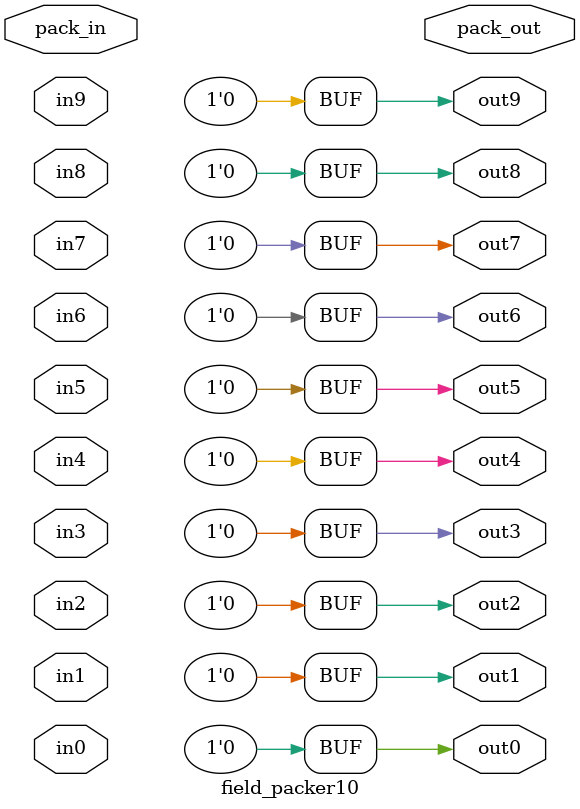
<source format=sv>

`include "DWC_ddrctl_all_defs.svh"
module field_packer10
  (
   // Outputs
   out0,out1,out2,out3,out4,out5,out6,out7,out8,out9,pack_out,
   // Inputs
   in0,in1,in2,in3,in4,in5,in6,in7,in8,in9,pack_in
   );
  
  //--------------------------------------------------------------------------
  // Parameters
  //---------------------------------------------------------------------------
  
  parameter W0            = 0;
  parameter W1            = 0;
  parameter W2            = 0;
  parameter W3            = 0;
  parameter W4            = 0;
  parameter W5            = 0; 
  parameter W6            = 0;
  parameter W7            = 0;
  parameter W8            = 0;
  parameter W9            = 0; 

  localparam WALL = W0+W1+W2+W3+W4+W5+W6+W7+W8+W9;
  localparam WALL_L = (WALL==0) ? 1 : WALL;
  localparam W0_L = (W0==0) ? 1 : W0;
  localparam W1_L = (W1==0) ? 1 : W1;
  localparam W2_L = (W2==0) ? 1 : W2;
  localparam W3_L = (W3==0) ? 1 : W3;
  localparam W4_L = (W4==0) ? 1 : W4;
  localparam W5_L = (W5==0) ? 1 : W5;
  localparam W6_L = (W6==0) ? 1 : W6;
  localparam W7_L = (W7==0) ? 1 : W7;
  localparam W8_L = (W8==0) ? 1 : W8;
  localparam W9_L = (W9==0) ? 1 : W9;

  //---------------------------------------------------------------------------
  // Interface Pins
  //---------------------------------------------------------------------------
//spyglass disable_block W240
//SMD: Inputs declared but not read
//SJ: Used in generate block.
  input [W0_L-1:0] in0;
  input [W1_L-1:0] in1;
  input [W2_L-1:0] in2;
  input [W3_L-1:0] in3;
  input [W4_L-1:0] in4;
  input [W5_L-1:0] in5;
  input [W6_L-1:0] in6;
  input [W7_L-1:0] in7;
  input [W8_L-1:0] in8;
  input [W9_L-1:0] in9;
//spyglass enable_block W240
  input [WALL_L-1:0] pack_in;

  output [W0_L-1:0] out0;
  output [W1_L-1:0] out1;
  output [W2_L-1:0] out2;
  output [W3_L-1:0] out3;
  output [W4_L-1:0] out4;
  output [W5_L-1:0] out5;
  output [W6_L-1:0] out6;
  output [W7_L-1:0] out7;
  output [W8_L-1:0] out8;
  output [W9_L-1:0] out9;
  output [WALL_L-1:0] pack_out;

//spyglass disable_block SelfDeterminedExpr-ML
//SMD: Self determined expression '(W1 + W0)' found in module 'field_packer10'
//SJ: This coding style is acceptable and there is no plan to change it.
  generate
    if (W0>0) begin : pack_0
      assign pack_out [W0-1:0] = in0;
      assign out0 = pack_in [W0-1:0];
    end
    else begin : npack_0
      assign out0 = 1'b0;
    end
    if (W1>0) begin : pack_1
      assign pack_out       [W1+W0-1:W0] = in1;
      assign out1 = pack_in [W1+W0-1:W0] ;
    end
    else begin : npack_1
      assign out1 = 1'b0;
    end
    if (W2>0) begin : pack_2
      assign pack_out       [W2+W1+W0-1:W1+W0] = in2;
      assign out2= pack_in  [W2+W1+W0-1:W1+W0] ;
    end
    else begin : npack_2
      assign out2 = 1'b0;
    end
    if (W3>0) begin : pack_3
      assign pack_out       [W3+W2+W1+W0-1:W2+W1+W0] = in3;
      assign out3 = pack_in [W3+W2+W1+W0-1:W2+W1+W0] ;
    end
    else begin : npack_3
      assign out3 = 1'b0;
    end
    if (W4>0) begin : pack_4
      assign pack_out       [W4+W3+W2+W1+W0-1:W3+W2+W1+W0] = in4;
      assign out4 = pack_in [W4+W3+W2+W1+W0-1:W3+W2+W1+W0] ;
    end
    else begin : npack_4
      assign out4 = 1'b0;
    end
    if (W5>0) begin : pack_5
      assign pack_out       [W5+W4+W3+W2+W1+W0-1:W4+W3+W2+W1+W0] = in5;
      assign out5 = pack_in [W5+W4+W3+W2+W1+W0-1:W4+W3+W2+W1+W0] ;
    end
    else begin : npack_5
      assign out5 = 1'b0;
    end
    if (W6>0) begin : pack_6
      assign pack_out       [W6+W5+W4+W3+W2+W1+W0-1:W5+W4+W3+W2+W1+W0] = in6;
      assign out6 = pack_in [W6+W5+W4+W3+W2+W1+W0-1:W5+W4+W3+W2+W1+W0] ;
    end
    else begin : npack_6
      assign out6 = 1'b0;
    end
    if (W7>0) begin : pack_7
      assign pack_out       [W7+W6+W5+W4+W3+W2+W1+W0-1:W6+W5+W4+W3+W2+W1+W0] = in7;
      assign out7 = pack_in [W7+W6+W5+W4+W3+W2+W1+W0-1:W6+W5+W4+W3+W2+W1+W0] ;
    end
    else begin : npack_7
      assign out7 = 1'b0;
    end
    if (W8>0) begin : pack_8
      assign pack_out       [W8+W7+W6+W5+W4+W3+W2+W1+W0-1:W7+W6+W5+W4+W3+W2+W1+W0] = in8;
      assign out8 = pack_in [W8+W7+W6+W5+W4+W3+W2+W1+W0-1:W7+W6+W5+W4+W3+W2+W1+W0] ;
    end
    else begin : npack_8
      assign out8 = 1'b0;
    end
    if (W9>0) begin : pack_9
      assign pack_out       [W9+W8+W7+W6+W5+W4+W3+W2+W1+W0-1:W8+W7+W6+W5+W4+W3+W2+W1+W0] = in9;
      assign out9 = pack_in [W9+W8+W7+W6+W5+W4+W3+W2+W1+W0-1:W8+W7+W6+W5+W4+W3+W2+W1+W0] ;
    end
    else begin : npack_9
      assign out9 = 1'b0;
    end
  endgenerate
//spyglass enable_block SelfDeterminedExpr-ML

endmodule // field_packer10


</source>
